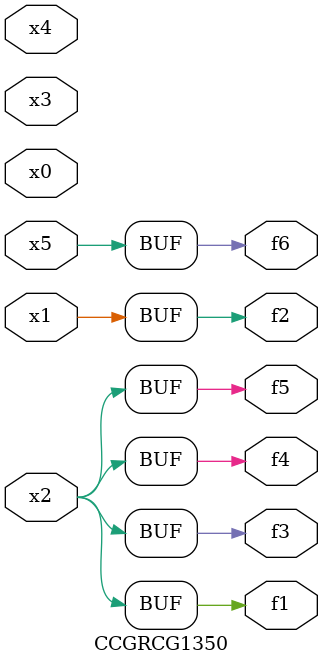
<source format=v>
module CCGRCG1350(
	input x0, x1, x2, x3, x4, x5,
	output f1, f2, f3, f4, f5, f6
);
	assign f1 = x2;
	assign f2 = x1;
	assign f3 = x2;
	assign f4 = x2;
	assign f5 = x2;
	assign f6 = x5;
endmodule

</source>
